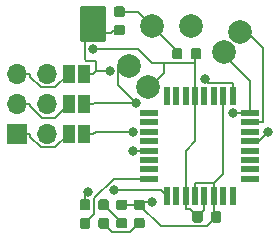
<source format=gbr>
G04 #@! TF.GenerationSoftware,KiCad,Pcbnew,(5.1.5)-3*
G04 #@! TF.CreationDate,2020-06-28T02:30:20+02:00*
G04 #@! TF.ProjectId,XenoGCFlex,58656e6f-4743-4466-9c65-782e6b696361,rev?*
G04 #@! TF.SameCoordinates,Original*
G04 #@! TF.FileFunction,Copper,L1,Top*
G04 #@! TF.FilePolarity,Positive*
%FSLAX46Y46*%
G04 Gerber Fmt 4.6, Leading zero omitted, Abs format (unit mm)*
G04 Created by KiCad (PCBNEW (5.1.5)-3) date 2020-06-28 02:30:20*
%MOMM*%
%LPD*%
G04 APERTURE LIST*
%ADD10C,2.000000*%
%ADD11R,1.000000X1.500000*%
%ADD12O,1.700000X1.700000*%
%ADD13R,1.700000X1.700000*%
%ADD14R,1.600000X0.550000*%
%ADD15R,0.550000X1.600000*%
%ADD16C,0.100000*%
%ADD17C,0.800000*%
%ADD18C,0.200000*%
%ADD19C,0.254000*%
G04 APERTURE END LIST*
D10*
X144954000Y-67406000D03*
X143304000Y-65680000D03*
X145258000Y-62233300D03*
X148555000Y-62233300D03*
X151353000Y-64476200D03*
X152754000Y-62779900D03*
D11*
X138207000Y-66290000D03*
X139507000Y-66290000D03*
X138207000Y-68830000D03*
X139507000Y-68830000D03*
X138207000Y-71370000D03*
X139507000Y-71370000D03*
D12*
X136348000Y-66290000D03*
X133808000Y-66290000D03*
X136348000Y-68830000D03*
X133808000Y-68830000D03*
X136348000Y-71370000D03*
D13*
X133808000Y-71370000D03*
D14*
X145051000Y-75197000D03*
X145051000Y-74397000D03*
X145051000Y-73597000D03*
X145051000Y-72797000D03*
X145051000Y-71997000D03*
X145051000Y-71197000D03*
X145051000Y-70397000D03*
X145051000Y-69597000D03*
D15*
X146501000Y-68147000D03*
X147301000Y-68147000D03*
X148101000Y-68147000D03*
X148901000Y-68147000D03*
X149701000Y-68147000D03*
X150501000Y-68147000D03*
X151301000Y-68147000D03*
X152101000Y-68147000D03*
D14*
X153551000Y-69597000D03*
X153551000Y-70397000D03*
X153551000Y-71197000D03*
X153551000Y-71997000D03*
X153551000Y-72797000D03*
X153551000Y-73597000D03*
X153551000Y-74397000D03*
X153551000Y-75197000D03*
D15*
X152101000Y-76647000D03*
X151301000Y-76647000D03*
X150501000Y-76647000D03*
X149701000Y-76647000D03*
X148901000Y-76647000D03*
X148101000Y-76647000D03*
X147301000Y-76647000D03*
X146501000Y-76647000D03*
G04 #@! TA.AperFunction,SMDPad,CuDef*
D16*
G36*
X142786691Y-62177153D02*
G01*
X142807926Y-62180303D01*
X142828750Y-62185519D01*
X142848962Y-62192751D01*
X142868368Y-62201930D01*
X142886781Y-62212966D01*
X142904024Y-62225754D01*
X142919930Y-62240170D01*
X142934346Y-62256076D01*
X142947134Y-62273319D01*
X142958170Y-62291732D01*
X142967349Y-62311138D01*
X142974581Y-62331350D01*
X142979797Y-62352174D01*
X142982947Y-62373409D01*
X142984000Y-62394850D01*
X142984000Y-62832350D01*
X142982947Y-62853791D01*
X142979797Y-62875026D01*
X142974581Y-62895850D01*
X142967349Y-62916062D01*
X142958170Y-62935468D01*
X142947134Y-62953881D01*
X142934346Y-62971124D01*
X142919930Y-62987030D01*
X142904024Y-63001446D01*
X142886781Y-63014234D01*
X142868368Y-63025270D01*
X142848962Y-63034449D01*
X142828750Y-63041681D01*
X142807926Y-63046897D01*
X142786691Y-63050047D01*
X142765250Y-63051100D01*
X142252750Y-63051100D01*
X142231309Y-63050047D01*
X142210074Y-63046897D01*
X142189250Y-63041681D01*
X142169038Y-63034449D01*
X142149632Y-63025270D01*
X142131219Y-63014234D01*
X142113976Y-63001446D01*
X142098070Y-62987030D01*
X142083654Y-62971124D01*
X142070866Y-62953881D01*
X142059830Y-62935468D01*
X142050651Y-62916062D01*
X142043419Y-62895850D01*
X142038203Y-62875026D01*
X142035053Y-62853791D01*
X142034000Y-62832350D01*
X142034000Y-62394850D01*
X142035053Y-62373409D01*
X142038203Y-62352174D01*
X142043419Y-62331350D01*
X142050651Y-62311138D01*
X142059830Y-62291732D01*
X142070866Y-62273319D01*
X142083654Y-62256076D01*
X142098070Y-62240170D01*
X142113976Y-62225754D01*
X142131219Y-62212966D01*
X142149632Y-62201930D01*
X142169038Y-62192751D01*
X142189250Y-62185519D01*
X142210074Y-62180303D01*
X142231309Y-62177153D01*
X142252750Y-62176100D01*
X142765250Y-62176100D01*
X142786691Y-62177153D01*
G37*
G04 #@! TD.AperFunction*
G04 #@! TA.AperFunction,SMDPad,CuDef*
G36*
X142786691Y-60602153D02*
G01*
X142807926Y-60605303D01*
X142828750Y-60610519D01*
X142848962Y-60617751D01*
X142868368Y-60626930D01*
X142886781Y-60637966D01*
X142904024Y-60650754D01*
X142919930Y-60665170D01*
X142934346Y-60681076D01*
X142947134Y-60698319D01*
X142958170Y-60716732D01*
X142967349Y-60736138D01*
X142974581Y-60756350D01*
X142979797Y-60777174D01*
X142982947Y-60798409D01*
X142984000Y-60819850D01*
X142984000Y-61257350D01*
X142982947Y-61278791D01*
X142979797Y-61300026D01*
X142974581Y-61320850D01*
X142967349Y-61341062D01*
X142958170Y-61360468D01*
X142947134Y-61378881D01*
X142934346Y-61396124D01*
X142919930Y-61412030D01*
X142904024Y-61426446D01*
X142886781Y-61439234D01*
X142868368Y-61450270D01*
X142848962Y-61459449D01*
X142828750Y-61466681D01*
X142807926Y-61471897D01*
X142786691Y-61475047D01*
X142765250Y-61476100D01*
X142252750Y-61476100D01*
X142231309Y-61475047D01*
X142210074Y-61471897D01*
X142189250Y-61466681D01*
X142169038Y-61459449D01*
X142149632Y-61450270D01*
X142131219Y-61439234D01*
X142113976Y-61426446D01*
X142098070Y-61412030D01*
X142083654Y-61396124D01*
X142070866Y-61378881D01*
X142059830Y-61360468D01*
X142050651Y-61341062D01*
X142043419Y-61320850D01*
X142038203Y-61300026D01*
X142035053Y-61278791D01*
X142034000Y-61257350D01*
X142034000Y-60819850D01*
X142035053Y-60798409D01*
X142038203Y-60777174D01*
X142043419Y-60756350D01*
X142050651Y-60736138D01*
X142059830Y-60716732D01*
X142070866Y-60698319D01*
X142083654Y-60681076D01*
X142098070Y-60665170D01*
X142113976Y-60650754D01*
X142131219Y-60637966D01*
X142149632Y-60626930D01*
X142169038Y-60617751D01*
X142189250Y-60610519D01*
X142210074Y-60605303D01*
X142231309Y-60602153D01*
X142252750Y-60601100D01*
X142765250Y-60601100D01*
X142786691Y-60602153D01*
G37*
G04 #@! TD.AperFunction*
G04 #@! TA.AperFunction,SMDPad,CuDef*
G36*
X142979691Y-78522053D02*
G01*
X143000926Y-78525203D01*
X143021750Y-78530419D01*
X143041962Y-78537651D01*
X143061368Y-78546830D01*
X143079781Y-78557866D01*
X143097024Y-78570654D01*
X143112930Y-78585070D01*
X143127346Y-78600976D01*
X143140134Y-78618219D01*
X143151170Y-78636632D01*
X143160349Y-78656038D01*
X143167581Y-78676250D01*
X143172797Y-78697074D01*
X143175947Y-78718309D01*
X143177000Y-78739750D01*
X143177000Y-79177250D01*
X143175947Y-79198691D01*
X143172797Y-79219926D01*
X143167581Y-79240750D01*
X143160349Y-79260962D01*
X143151170Y-79280368D01*
X143140134Y-79298781D01*
X143127346Y-79316024D01*
X143112930Y-79331930D01*
X143097024Y-79346346D01*
X143079781Y-79359134D01*
X143061368Y-79370170D01*
X143041962Y-79379349D01*
X143021750Y-79386581D01*
X143000926Y-79391797D01*
X142979691Y-79394947D01*
X142958250Y-79396000D01*
X142445750Y-79396000D01*
X142424309Y-79394947D01*
X142403074Y-79391797D01*
X142382250Y-79386581D01*
X142362038Y-79379349D01*
X142342632Y-79370170D01*
X142324219Y-79359134D01*
X142306976Y-79346346D01*
X142291070Y-79331930D01*
X142276654Y-79316024D01*
X142263866Y-79298781D01*
X142252830Y-79280368D01*
X142243651Y-79260962D01*
X142236419Y-79240750D01*
X142231203Y-79219926D01*
X142228053Y-79198691D01*
X142227000Y-79177250D01*
X142227000Y-78739750D01*
X142228053Y-78718309D01*
X142231203Y-78697074D01*
X142236419Y-78676250D01*
X142243651Y-78656038D01*
X142252830Y-78636632D01*
X142263866Y-78618219D01*
X142276654Y-78600976D01*
X142291070Y-78585070D01*
X142306976Y-78570654D01*
X142324219Y-78557866D01*
X142342632Y-78546830D01*
X142362038Y-78537651D01*
X142382250Y-78530419D01*
X142403074Y-78525203D01*
X142424309Y-78522053D01*
X142445750Y-78521000D01*
X142958250Y-78521000D01*
X142979691Y-78522053D01*
G37*
G04 #@! TD.AperFunction*
G04 #@! TA.AperFunction,SMDPad,CuDef*
G36*
X142979691Y-76947053D02*
G01*
X143000926Y-76950203D01*
X143021750Y-76955419D01*
X143041962Y-76962651D01*
X143061368Y-76971830D01*
X143079781Y-76982866D01*
X143097024Y-76995654D01*
X143112930Y-77010070D01*
X143127346Y-77025976D01*
X143140134Y-77043219D01*
X143151170Y-77061632D01*
X143160349Y-77081038D01*
X143167581Y-77101250D01*
X143172797Y-77122074D01*
X143175947Y-77143309D01*
X143177000Y-77164750D01*
X143177000Y-77602250D01*
X143175947Y-77623691D01*
X143172797Y-77644926D01*
X143167581Y-77665750D01*
X143160349Y-77685962D01*
X143151170Y-77705368D01*
X143140134Y-77723781D01*
X143127346Y-77741024D01*
X143112930Y-77756930D01*
X143097024Y-77771346D01*
X143079781Y-77784134D01*
X143061368Y-77795170D01*
X143041962Y-77804349D01*
X143021750Y-77811581D01*
X143000926Y-77816797D01*
X142979691Y-77819947D01*
X142958250Y-77821000D01*
X142445750Y-77821000D01*
X142424309Y-77819947D01*
X142403074Y-77816797D01*
X142382250Y-77811581D01*
X142362038Y-77804349D01*
X142342632Y-77795170D01*
X142324219Y-77784134D01*
X142306976Y-77771346D01*
X142291070Y-77756930D01*
X142276654Y-77741024D01*
X142263866Y-77723781D01*
X142252830Y-77705368D01*
X142243651Y-77685962D01*
X142236419Y-77665750D01*
X142231203Y-77644926D01*
X142228053Y-77623691D01*
X142227000Y-77602250D01*
X142227000Y-77164750D01*
X142228053Y-77143309D01*
X142231203Y-77122074D01*
X142236419Y-77101250D01*
X142243651Y-77081038D01*
X142252830Y-77061632D01*
X142263866Y-77043219D01*
X142276654Y-77025976D01*
X142291070Y-77010070D01*
X142306976Y-76995654D01*
X142324219Y-76982866D01*
X142342632Y-76971830D01*
X142362038Y-76962651D01*
X142382250Y-76955419D01*
X142403074Y-76950203D01*
X142424309Y-76947053D01*
X142445750Y-76946000D01*
X142958250Y-76946000D01*
X142979691Y-76947053D01*
G37*
G04 #@! TD.AperFunction*
G04 #@! TA.AperFunction,SMDPad,CuDef*
G36*
X144463691Y-78522053D02*
G01*
X144484926Y-78525203D01*
X144505750Y-78530419D01*
X144525962Y-78537651D01*
X144545368Y-78546830D01*
X144563781Y-78557866D01*
X144581024Y-78570654D01*
X144596930Y-78585070D01*
X144611346Y-78600976D01*
X144624134Y-78618219D01*
X144635170Y-78636632D01*
X144644349Y-78656038D01*
X144651581Y-78676250D01*
X144656797Y-78697074D01*
X144659947Y-78718309D01*
X144661000Y-78739750D01*
X144661000Y-79177250D01*
X144659947Y-79198691D01*
X144656797Y-79219926D01*
X144651581Y-79240750D01*
X144644349Y-79260962D01*
X144635170Y-79280368D01*
X144624134Y-79298781D01*
X144611346Y-79316024D01*
X144596930Y-79331930D01*
X144581024Y-79346346D01*
X144563781Y-79359134D01*
X144545368Y-79370170D01*
X144525962Y-79379349D01*
X144505750Y-79386581D01*
X144484926Y-79391797D01*
X144463691Y-79394947D01*
X144442250Y-79396000D01*
X143929750Y-79396000D01*
X143908309Y-79394947D01*
X143887074Y-79391797D01*
X143866250Y-79386581D01*
X143846038Y-79379349D01*
X143826632Y-79370170D01*
X143808219Y-79359134D01*
X143790976Y-79346346D01*
X143775070Y-79331930D01*
X143760654Y-79316024D01*
X143747866Y-79298781D01*
X143736830Y-79280368D01*
X143727651Y-79260962D01*
X143720419Y-79240750D01*
X143715203Y-79219926D01*
X143712053Y-79198691D01*
X143711000Y-79177250D01*
X143711000Y-78739750D01*
X143712053Y-78718309D01*
X143715203Y-78697074D01*
X143720419Y-78676250D01*
X143727651Y-78656038D01*
X143736830Y-78636632D01*
X143747866Y-78618219D01*
X143760654Y-78600976D01*
X143775070Y-78585070D01*
X143790976Y-78570654D01*
X143808219Y-78557866D01*
X143826632Y-78546830D01*
X143846038Y-78537651D01*
X143866250Y-78530419D01*
X143887074Y-78525203D01*
X143908309Y-78522053D01*
X143929750Y-78521000D01*
X144442250Y-78521000D01*
X144463691Y-78522053D01*
G37*
G04 #@! TD.AperFunction*
G04 #@! TA.AperFunction,SMDPad,CuDef*
G36*
X144463691Y-76947053D02*
G01*
X144484926Y-76950203D01*
X144505750Y-76955419D01*
X144525962Y-76962651D01*
X144545368Y-76971830D01*
X144563781Y-76982866D01*
X144581024Y-76995654D01*
X144596930Y-77010070D01*
X144611346Y-77025976D01*
X144624134Y-77043219D01*
X144635170Y-77061632D01*
X144644349Y-77081038D01*
X144651581Y-77101250D01*
X144656797Y-77122074D01*
X144659947Y-77143309D01*
X144661000Y-77164750D01*
X144661000Y-77602250D01*
X144659947Y-77623691D01*
X144656797Y-77644926D01*
X144651581Y-77665750D01*
X144644349Y-77685962D01*
X144635170Y-77705368D01*
X144624134Y-77723781D01*
X144611346Y-77741024D01*
X144596930Y-77756930D01*
X144581024Y-77771346D01*
X144563781Y-77784134D01*
X144545368Y-77795170D01*
X144525962Y-77804349D01*
X144505750Y-77811581D01*
X144484926Y-77816797D01*
X144463691Y-77819947D01*
X144442250Y-77821000D01*
X143929750Y-77821000D01*
X143908309Y-77819947D01*
X143887074Y-77816797D01*
X143866250Y-77811581D01*
X143846038Y-77804349D01*
X143826632Y-77795170D01*
X143808219Y-77784134D01*
X143790976Y-77771346D01*
X143775070Y-77756930D01*
X143760654Y-77741024D01*
X143747866Y-77723781D01*
X143736830Y-77705368D01*
X143727651Y-77685962D01*
X143720419Y-77665750D01*
X143715203Y-77644926D01*
X143712053Y-77623691D01*
X143711000Y-77602250D01*
X143711000Y-77164750D01*
X143712053Y-77143309D01*
X143715203Y-77122074D01*
X143720419Y-77101250D01*
X143727651Y-77081038D01*
X143736830Y-77061632D01*
X143747866Y-77043219D01*
X143760654Y-77025976D01*
X143775070Y-77010070D01*
X143790976Y-76995654D01*
X143808219Y-76982866D01*
X143826632Y-76971830D01*
X143846038Y-76962651D01*
X143866250Y-76955419D01*
X143887074Y-76950203D01*
X143908309Y-76947053D01*
X143929750Y-76946000D01*
X144442250Y-76946000D01*
X144463691Y-76947053D01*
G37*
G04 #@! TD.AperFunction*
G04 #@! TA.AperFunction,SMDPad,CuDef*
G36*
X141400691Y-76909553D02*
G01*
X141421926Y-76912703D01*
X141442750Y-76917919D01*
X141462962Y-76925151D01*
X141482368Y-76934330D01*
X141500781Y-76945366D01*
X141518024Y-76958154D01*
X141533930Y-76972570D01*
X141548346Y-76988476D01*
X141561134Y-77005719D01*
X141572170Y-77024132D01*
X141581349Y-77043538D01*
X141588581Y-77063750D01*
X141593797Y-77084574D01*
X141596947Y-77105809D01*
X141598000Y-77127250D01*
X141598000Y-77639750D01*
X141596947Y-77661191D01*
X141593797Y-77682426D01*
X141588581Y-77703250D01*
X141581349Y-77723462D01*
X141572170Y-77742868D01*
X141561134Y-77761281D01*
X141548346Y-77778524D01*
X141533930Y-77794430D01*
X141518024Y-77808846D01*
X141500781Y-77821634D01*
X141482368Y-77832670D01*
X141462962Y-77841849D01*
X141442750Y-77849081D01*
X141421926Y-77854297D01*
X141400691Y-77857447D01*
X141379250Y-77858500D01*
X140941750Y-77858500D01*
X140920309Y-77857447D01*
X140899074Y-77854297D01*
X140878250Y-77849081D01*
X140858038Y-77841849D01*
X140838632Y-77832670D01*
X140820219Y-77821634D01*
X140802976Y-77808846D01*
X140787070Y-77794430D01*
X140772654Y-77778524D01*
X140759866Y-77761281D01*
X140748830Y-77742868D01*
X140739651Y-77723462D01*
X140732419Y-77703250D01*
X140727203Y-77682426D01*
X140724053Y-77661191D01*
X140723000Y-77639750D01*
X140723000Y-77127250D01*
X140724053Y-77105809D01*
X140727203Y-77084574D01*
X140732419Y-77063750D01*
X140739651Y-77043538D01*
X140748830Y-77024132D01*
X140759866Y-77005719D01*
X140772654Y-76988476D01*
X140787070Y-76972570D01*
X140802976Y-76958154D01*
X140820219Y-76945366D01*
X140838632Y-76934330D01*
X140858038Y-76925151D01*
X140878250Y-76917919D01*
X140899074Y-76912703D01*
X140920309Y-76909553D01*
X140941750Y-76908500D01*
X141379250Y-76908500D01*
X141400691Y-76909553D01*
G37*
G04 #@! TD.AperFunction*
G04 #@! TA.AperFunction,SMDPad,CuDef*
G36*
X139825691Y-76909553D02*
G01*
X139846926Y-76912703D01*
X139867750Y-76917919D01*
X139887962Y-76925151D01*
X139907368Y-76934330D01*
X139925781Y-76945366D01*
X139943024Y-76958154D01*
X139958930Y-76972570D01*
X139973346Y-76988476D01*
X139986134Y-77005719D01*
X139997170Y-77024132D01*
X140006349Y-77043538D01*
X140013581Y-77063750D01*
X140018797Y-77084574D01*
X140021947Y-77105809D01*
X140023000Y-77127250D01*
X140023000Y-77639750D01*
X140021947Y-77661191D01*
X140018797Y-77682426D01*
X140013581Y-77703250D01*
X140006349Y-77723462D01*
X139997170Y-77742868D01*
X139986134Y-77761281D01*
X139973346Y-77778524D01*
X139958930Y-77794430D01*
X139943024Y-77808846D01*
X139925781Y-77821634D01*
X139907368Y-77832670D01*
X139887962Y-77841849D01*
X139867750Y-77849081D01*
X139846926Y-77854297D01*
X139825691Y-77857447D01*
X139804250Y-77858500D01*
X139366750Y-77858500D01*
X139345309Y-77857447D01*
X139324074Y-77854297D01*
X139303250Y-77849081D01*
X139283038Y-77841849D01*
X139263632Y-77832670D01*
X139245219Y-77821634D01*
X139227976Y-77808846D01*
X139212070Y-77794430D01*
X139197654Y-77778524D01*
X139184866Y-77761281D01*
X139173830Y-77742868D01*
X139164651Y-77723462D01*
X139157419Y-77703250D01*
X139152203Y-77682426D01*
X139149053Y-77661191D01*
X139148000Y-77639750D01*
X139148000Y-77127250D01*
X139149053Y-77105809D01*
X139152203Y-77084574D01*
X139157419Y-77063750D01*
X139164651Y-77043538D01*
X139173830Y-77024132D01*
X139184866Y-77005719D01*
X139197654Y-76988476D01*
X139212070Y-76972570D01*
X139227976Y-76958154D01*
X139245219Y-76945366D01*
X139263632Y-76934330D01*
X139283038Y-76925151D01*
X139303250Y-76917919D01*
X139324074Y-76912703D01*
X139345309Y-76909553D01*
X139366750Y-76908500D01*
X139804250Y-76908500D01*
X139825691Y-76909553D01*
G37*
G04 #@! TD.AperFunction*
G04 #@! TA.AperFunction,SMDPad,CuDef*
G36*
X141400691Y-78484553D02*
G01*
X141421926Y-78487703D01*
X141442750Y-78492919D01*
X141462962Y-78500151D01*
X141482368Y-78509330D01*
X141500781Y-78520366D01*
X141518024Y-78533154D01*
X141533930Y-78547570D01*
X141548346Y-78563476D01*
X141561134Y-78580719D01*
X141572170Y-78599132D01*
X141581349Y-78618538D01*
X141588581Y-78638750D01*
X141593797Y-78659574D01*
X141596947Y-78680809D01*
X141598000Y-78702250D01*
X141598000Y-79214750D01*
X141596947Y-79236191D01*
X141593797Y-79257426D01*
X141588581Y-79278250D01*
X141581349Y-79298462D01*
X141572170Y-79317868D01*
X141561134Y-79336281D01*
X141548346Y-79353524D01*
X141533930Y-79369430D01*
X141518024Y-79383846D01*
X141500781Y-79396634D01*
X141482368Y-79407670D01*
X141462962Y-79416849D01*
X141442750Y-79424081D01*
X141421926Y-79429297D01*
X141400691Y-79432447D01*
X141379250Y-79433500D01*
X140941750Y-79433500D01*
X140920309Y-79432447D01*
X140899074Y-79429297D01*
X140878250Y-79424081D01*
X140858038Y-79416849D01*
X140838632Y-79407670D01*
X140820219Y-79396634D01*
X140802976Y-79383846D01*
X140787070Y-79369430D01*
X140772654Y-79353524D01*
X140759866Y-79336281D01*
X140748830Y-79317868D01*
X140739651Y-79298462D01*
X140732419Y-79278250D01*
X140727203Y-79257426D01*
X140724053Y-79236191D01*
X140723000Y-79214750D01*
X140723000Y-78702250D01*
X140724053Y-78680809D01*
X140727203Y-78659574D01*
X140732419Y-78638750D01*
X140739651Y-78618538D01*
X140748830Y-78599132D01*
X140759866Y-78580719D01*
X140772654Y-78563476D01*
X140787070Y-78547570D01*
X140802976Y-78533154D01*
X140820219Y-78520366D01*
X140838632Y-78509330D01*
X140858038Y-78500151D01*
X140878250Y-78492919D01*
X140899074Y-78487703D01*
X140920309Y-78484553D01*
X140941750Y-78483500D01*
X141379250Y-78483500D01*
X141400691Y-78484553D01*
G37*
G04 #@! TD.AperFunction*
G04 #@! TA.AperFunction,SMDPad,CuDef*
G36*
X139825691Y-78484553D02*
G01*
X139846926Y-78487703D01*
X139867750Y-78492919D01*
X139887962Y-78500151D01*
X139907368Y-78509330D01*
X139925781Y-78520366D01*
X139943024Y-78533154D01*
X139958930Y-78547570D01*
X139973346Y-78563476D01*
X139986134Y-78580719D01*
X139997170Y-78599132D01*
X140006349Y-78618538D01*
X140013581Y-78638750D01*
X140018797Y-78659574D01*
X140021947Y-78680809D01*
X140023000Y-78702250D01*
X140023000Y-79214750D01*
X140021947Y-79236191D01*
X140018797Y-79257426D01*
X140013581Y-79278250D01*
X140006349Y-79298462D01*
X139997170Y-79317868D01*
X139986134Y-79336281D01*
X139973346Y-79353524D01*
X139958930Y-79369430D01*
X139943024Y-79383846D01*
X139925781Y-79396634D01*
X139907368Y-79407670D01*
X139887962Y-79416849D01*
X139867750Y-79424081D01*
X139846926Y-79429297D01*
X139825691Y-79432447D01*
X139804250Y-79433500D01*
X139366750Y-79433500D01*
X139345309Y-79432447D01*
X139324074Y-79429297D01*
X139303250Y-79424081D01*
X139283038Y-79416849D01*
X139263632Y-79407670D01*
X139245219Y-79396634D01*
X139227976Y-79383846D01*
X139212070Y-79369430D01*
X139197654Y-79353524D01*
X139184866Y-79336281D01*
X139173830Y-79317868D01*
X139164651Y-79298462D01*
X139157419Y-79278250D01*
X139152203Y-79257426D01*
X139149053Y-79236191D01*
X139148000Y-79214750D01*
X139148000Y-78702250D01*
X139149053Y-78680809D01*
X139152203Y-78659574D01*
X139157419Y-78638750D01*
X139164651Y-78618538D01*
X139173830Y-78599132D01*
X139184866Y-78580719D01*
X139197654Y-78563476D01*
X139212070Y-78547570D01*
X139227976Y-78533154D01*
X139245219Y-78520366D01*
X139263632Y-78509330D01*
X139283038Y-78500151D01*
X139303250Y-78492919D01*
X139324074Y-78487703D01*
X139345309Y-78484553D01*
X139366750Y-78483500D01*
X139804250Y-78483500D01*
X139825691Y-78484553D01*
G37*
G04 #@! TD.AperFunction*
G04 #@! TA.AperFunction,SMDPad,CuDef*
G36*
X147648691Y-64133453D02*
G01*
X147669926Y-64136603D01*
X147690750Y-64141819D01*
X147710962Y-64149051D01*
X147730368Y-64158230D01*
X147748781Y-64169266D01*
X147766024Y-64182054D01*
X147781930Y-64196470D01*
X147796346Y-64212376D01*
X147809134Y-64229619D01*
X147820170Y-64248032D01*
X147829349Y-64267438D01*
X147836581Y-64287650D01*
X147841797Y-64308474D01*
X147844947Y-64329709D01*
X147846000Y-64351150D01*
X147846000Y-64863650D01*
X147844947Y-64885091D01*
X147841797Y-64906326D01*
X147836581Y-64927150D01*
X147829349Y-64947362D01*
X147820170Y-64966768D01*
X147809134Y-64985181D01*
X147796346Y-65002424D01*
X147781930Y-65018330D01*
X147766024Y-65032746D01*
X147748781Y-65045534D01*
X147730368Y-65056570D01*
X147710962Y-65065749D01*
X147690750Y-65072981D01*
X147669926Y-65078197D01*
X147648691Y-65081347D01*
X147627250Y-65082400D01*
X147189750Y-65082400D01*
X147168309Y-65081347D01*
X147147074Y-65078197D01*
X147126250Y-65072981D01*
X147106038Y-65065749D01*
X147086632Y-65056570D01*
X147068219Y-65045534D01*
X147050976Y-65032746D01*
X147035070Y-65018330D01*
X147020654Y-65002424D01*
X147007866Y-64985181D01*
X146996830Y-64966768D01*
X146987651Y-64947362D01*
X146980419Y-64927150D01*
X146975203Y-64906326D01*
X146972053Y-64885091D01*
X146971000Y-64863650D01*
X146971000Y-64351150D01*
X146972053Y-64329709D01*
X146975203Y-64308474D01*
X146980419Y-64287650D01*
X146987651Y-64267438D01*
X146996830Y-64248032D01*
X147007866Y-64229619D01*
X147020654Y-64212376D01*
X147035070Y-64196470D01*
X147050976Y-64182054D01*
X147068219Y-64169266D01*
X147086632Y-64158230D01*
X147106038Y-64149051D01*
X147126250Y-64141819D01*
X147147074Y-64136603D01*
X147168309Y-64133453D01*
X147189750Y-64132400D01*
X147627250Y-64132400D01*
X147648691Y-64133453D01*
G37*
G04 #@! TD.AperFunction*
G04 #@! TA.AperFunction,SMDPad,CuDef*
G36*
X149223691Y-64133453D02*
G01*
X149244926Y-64136603D01*
X149265750Y-64141819D01*
X149285962Y-64149051D01*
X149305368Y-64158230D01*
X149323781Y-64169266D01*
X149341024Y-64182054D01*
X149356930Y-64196470D01*
X149371346Y-64212376D01*
X149384134Y-64229619D01*
X149395170Y-64248032D01*
X149404349Y-64267438D01*
X149411581Y-64287650D01*
X149416797Y-64308474D01*
X149419947Y-64329709D01*
X149421000Y-64351150D01*
X149421000Y-64863650D01*
X149419947Y-64885091D01*
X149416797Y-64906326D01*
X149411581Y-64927150D01*
X149404349Y-64947362D01*
X149395170Y-64966768D01*
X149384134Y-64985181D01*
X149371346Y-65002424D01*
X149356930Y-65018330D01*
X149341024Y-65032746D01*
X149323781Y-65045534D01*
X149305368Y-65056570D01*
X149285962Y-65065749D01*
X149265750Y-65072981D01*
X149244926Y-65078197D01*
X149223691Y-65081347D01*
X149202250Y-65082400D01*
X148764750Y-65082400D01*
X148743309Y-65081347D01*
X148722074Y-65078197D01*
X148701250Y-65072981D01*
X148681038Y-65065749D01*
X148661632Y-65056570D01*
X148643219Y-65045534D01*
X148625976Y-65032746D01*
X148610070Y-65018330D01*
X148595654Y-65002424D01*
X148582866Y-64985181D01*
X148571830Y-64966768D01*
X148562651Y-64947362D01*
X148555419Y-64927150D01*
X148550203Y-64906326D01*
X148547053Y-64885091D01*
X148546000Y-64863650D01*
X148546000Y-64351150D01*
X148547053Y-64329709D01*
X148550203Y-64308474D01*
X148555419Y-64287650D01*
X148562651Y-64267438D01*
X148571830Y-64248032D01*
X148582866Y-64229619D01*
X148595654Y-64212376D01*
X148610070Y-64196470D01*
X148625976Y-64182054D01*
X148643219Y-64169266D01*
X148661632Y-64158230D01*
X148681038Y-64149051D01*
X148701250Y-64141819D01*
X148722074Y-64136603D01*
X148743309Y-64133453D01*
X148764750Y-64132400D01*
X149202250Y-64132400D01*
X149223691Y-64133453D01*
G37*
G04 #@! TD.AperFunction*
G04 #@! TA.AperFunction,SMDPad,CuDef*
G36*
X149363691Y-77946053D02*
G01*
X149384926Y-77949203D01*
X149405750Y-77954419D01*
X149425962Y-77961651D01*
X149445368Y-77970830D01*
X149463781Y-77981866D01*
X149481024Y-77994654D01*
X149496930Y-78009070D01*
X149511346Y-78024976D01*
X149524134Y-78042219D01*
X149535170Y-78060632D01*
X149544349Y-78080038D01*
X149551581Y-78100250D01*
X149556797Y-78121074D01*
X149559947Y-78142309D01*
X149561000Y-78163750D01*
X149561000Y-78676250D01*
X149559947Y-78697691D01*
X149556797Y-78718926D01*
X149551581Y-78739750D01*
X149544349Y-78759962D01*
X149535170Y-78779368D01*
X149524134Y-78797781D01*
X149511346Y-78815024D01*
X149496930Y-78830930D01*
X149481024Y-78845346D01*
X149463781Y-78858134D01*
X149445368Y-78869170D01*
X149425962Y-78878349D01*
X149405750Y-78885581D01*
X149384926Y-78890797D01*
X149363691Y-78893947D01*
X149342250Y-78895000D01*
X148904750Y-78895000D01*
X148883309Y-78893947D01*
X148862074Y-78890797D01*
X148841250Y-78885581D01*
X148821038Y-78878349D01*
X148801632Y-78869170D01*
X148783219Y-78858134D01*
X148765976Y-78845346D01*
X148750070Y-78830930D01*
X148735654Y-78815024D01*
X148722866Y-78797781D01*
X148711830Y-78779368D01*
X148702651Y-78759962D01*
X148695419Y-78739750D01*
X148690203Y-78718926D01*
X148687053Y-78697691D01*
X148686000Y-78676250D01*
X148686000Y-78163750D01*
X148687053Y-78142309D01*
X148690203Y-78121074D01*
X148695419Y-78100250D01*
X148702651Y-78080038D01*
X148711830Y-78060632D01*
X148722866Y-78042219D01*
X148735654Y-78024976D01*
X148750070Y-78009070D01*
X148765976Y-77994654D01*
X148783219Y-77981866D01*
X148801632Y-77970830D01*
X148821038Y-77961651D01*
X148841250Y-77954419D01*
X148862074Y-77949203D01*
X148883309Y-77946053D01*
X148904750Y-77945000D01*
X149342250Y-77945000D01*
X149363691Y-77946053D01*
G37*
G04 #@! TD.AperFunction*
G04 #@! TA.AperFunction,SMDPad,CuDef*
G36*
X150938691Y-77946053D02*
G01*
X150959926Y-77949203D01*
X150980750Y-77954419D01*
X151000962Y-77961651D01*
X151020368Y-77970830D01*
X151038781Y-77981866D01*
X151056024Y-77994654D01*
X151071930Y-78009070D01*
X151086346Y-78024976D01*
X151099134Y-78042219D01*
X151110170Y-78060632D01*
X151119349Y-78080038D01*
X151126581Y-78100250D01*
X151131797Y-78121074D01*
X151134947Y-78142309D01*
X151136000Y-78163750D01*
X151136000Y-78676250D01*
X151134947Y-78697691D01*
X151131797Y-78718926D01*
X151126581Y-78739750D01*
X151119349Y-78759962D01*
X151110170Y-78779368D01*
X151099134Y-78797781D01*
X151086346Y-78815024D01*
X151071930Y-78830930D01*
X151056024Y-78845346D01*
X151038781Y-78858134D01*
X151020368Y-78869170D01*
X151000962Y-78878349D01*
X150980750Y-78885581D01*
X150959926Y-78890797D01*
X150938691Y-78893947D01*
X150917250Y-78895000D01*
X150479750Y-78895000D01*
X150458309Y-78893947D01*
X150437074Y-78890797D01*
X150416250Y-78885581D01*
X150396038Y-78878349D01*
X150376632Y-78869170D01*
X150358219Y-78858134D01*
X150340976Y-78845346D01*
X150325070Y-78830930D01*
X150310654Y-78815024D01*
X150297866Y-78797781D01*
X150286830Y-78779368D01*
X150277651Y-78759962D01*
X150270419Y-78739750D01*
X150265203Y-78718926D01*
X150262053Y-78697691D01*
X150261000Y-78676250D01*
X150261000Y-78163750D01*
X150262053Y-78142309D01*
X150265203Y-78121074D01*
X150270419Y-78100250D01*
X150277651Y-78080038D01*
X150286830Y-78060632D01*
X150297866Y-78042219D01*
X150310654Y-78024976D01*
X150325070Y-78009070D01*
X150340976Y-77994654D01*
X150358219Y-77981866D01*
X150376632Y-77970830D01*
X150396038Y-77961651D01*
X150416250Y-77954419D01*
X150437074Y-77949203D01*
X150458309Y-77946053D01*
X150479750Y-77945000D01*
X150917250Y-77945000D01*
X150938691Y-77946053D01*
G37*
G04 #@! TD.AperFunction*
D17*
X140253720Y-64213740D03*
X145279100Y-77180200D03*
X142055100Y-76175900D03*
X139846700Y-76306500D03*
X155054300Y-71252080D03*
X143925300Y-68788500D03*
X149715900Y-66730200D03*
X143647800Y-71195000D03*
X152123800Y-69597000D03*
X143638400Y-72797000D03*
X141703700Y-66072700D03*
D18*
X148901000Y-65426400D02*
X148901000Y-64689900D01*
X148901000Y-64689900D02*
X148983500Y-64607400D01*
X148901000Y-68147000D02*
X148901000Y-65426400D01*
X148101000Y-76647000D02*
X148101000Y-72815000D01*
X148101000Y-72815000D02*
X148901000Y-72015000D01*
X148901000Y-72015000D02*
X148901000Y-68147000D01*
X148101000Y-77197100D02*
X148101000Y-76647000D01*
X148101000Y-77197100D02*
X148101000Y-77747300D01*
X148101000Y-77747300D02*
X148450800Y-77747300D01*
X148450800Y-77747300D02*
X149123500Y-78420000D01*
X149123500Y-78420000D02*
X149701000Y-77842500D01*
X149701000Y-77842500D02*
X149701000Y-76647000D01*
X146269900Y-66239989D02*
X145656691Y-66853198D01*
X146269900Y-65426400D02*
X146269900Y-66239989D01*
X148901000Y-65426400D02*
X146269900Y-65426400D01*
X144042040Y-64213740D02*
X140253720Y-64213740D01*
X146269900Y-65426400D02*
X145254700Y-65426400D01*
X145254700Y-65426400D02*
X144042040Y-64213740D01*
X145279100Y-77180200D02*
X144389300Y-77180200D01*
X144389300Y-77180200D02*
X144186000Y-77383500D01*
X144186000Y-77383500D02*
X146011100Y-79208600D01*
X146011100Y-79208600D02*
X149909900Y-79208600D01*
X149909900Y-79208600D02*
X150698500Y-78420000D01*
X151301000Y-68147000D02*
X151301000Y-74746700D01*
X151301000Y-74746700D02*
X150501000Y-75546700D01*
X145258000Y-62233300D02*
X147408500Y-64383800D01*
X147408500Y-64383800D02*
X147408500Y-64607400D01*
X142702000Y-77383500D02*
X144186000Y-77383500D01*
X150698500Y-78420000D02*
X150501000Y-78222500D01*
X150501000Y-78222500D02*
X150501000Y-76647000D01*
X150501000Y-76647000D02*
X150501000Y-75546700D01*
X148901000Y-76647000D02*
X148901000Y-75546700D01*
X148901000Y-75546700D02*
X150501000Y-75546700D01*
X142509000Y-61038600D02*
X144063300Y-61038600D01*
X144063300Y-61038600D02*
X145258000Y-62233300D01*
X141160500Y-78958500D02*
X141905900Y-79703900D01*
X141905900Y-79703900D02*
X143440600Y-79703900D01*
X143440600Y-79703900D02*
X144186000Y-78958500D01*
X145051000Y-75197000D02*
X142043700Y-75197000D01*
X142043700Y-75197000D02*
X140384300Y-76856400D01*
X140384300Y-76856400D02*
X140384300Y-78159700D01*
X140384300Y-78159700D02*
X139585500Y-78958500D01*
X141160500Y-77383500D02*
X141160500Y-77417000D01*
X141160500Y-77417000D02*
X142702000Y-78958500D01*
X139585500Y-77383500D02*
X139585500Y-76567700D01*
X139585500Y-76567700D02*
X139846700Y-76306500D01*
X142055100Y-76175900D02*
X146029900Y-76175900D01*
X146029900Y-76175900D02*
X146501000Y-76647000D01*
X154309380Y-71997000D02*
X155054300Y-71252080D01*
X153551000Y-71997000D02*
X154309380Y-71997000D01*
X152101000Y-67046700D02*
X150032400Y-67046700D01*
X150032400Y-67046700D02*
X149715900Y-66730200D01*
X152101000Y-68147000D02*
X152101000Y-67046700D01*
X140307300Y-68830000D02*
X140348800Y-68788500D01*
X140348800Y-68788500D02*
X143925300Y-68788500D01*
X139507000Y-68830000D02*
X140307300Y-68830000D01*
X142838725Y-65680000D02*
X142830731Y-65694827D01*
X143925300Y-68788500D02*
X142403701Y-67266901D01*
X142460400Y-65680000D02*
X142838725Y-65680000D01*
X142403701Y-65736699D02*
X142460400Y-65680000D01*
X142403701Y-67266901D02*
X142403701Y-65736699D01*
X153551000Y-70397000D02*
X154651300Y-70397000D01*
X154651300Y-64106118D02*
X153363681Y-62818499D01*
X154651300Y-70397000D02*
X154651300Y-64106118D01*
X152450700Y-69597000D02*
X152123800Y-69597000D01*
X153551000Y-69597000D02*
X152450700Y-69597000D01*
X140307300Y-71370000D02*
X140482300Y-71195000D01*
X140482300Y-71195000D02*
X143647800Y-71195000D01*
X139507000Y-71370000D02*
X140307300Y-71370000D01*
X151810256Y-65170463D02*
X151731581Y-65149382D01*
X153551000Y-69597000D02*
X153551000Y-66911207D01*
X153551000Y-66911207D02*
X151810256Y-65170463D01*
X140524600Y-65210700D02*
X140524600Y-66072700D01*
X140524600Y-66072700D02*
X141703700Y-66072700D01*
X140307300Y-66290000D02*
X140524600Y-66072700D01*
X139507000Y-66290000D02*
X140307300Y-66290000D01*
X145051000Y-72797000D02*
X143638400Y-72797000D01*
X140524600Y-65210700D02*
X139683500Y-65210700D01*
X139553719Y-65080919D02*
X139553719Y-63374501D01*
X139683500Y-65210700D02*
X139553719Y-65080919D01*
X142034000Y-62613600D02*
X141813080Y-62834520D01*
X142509000Y-62613600D02*
X142034000Y-62613600D01*
X141813080Y-62834520D02*
X140982700Y-62834520D01*
X133808000Y-66290000D02*
X134958300Y-66290000D01*
X134958300Y-66290000D02*
X134958300Y-66577600D01*
X134958300Y-66577600D02*
X135835400Y-67454700D01*
X135835400Y-67454700D02*
X137042300Y-67454700D01*
X137042300Y-67454700D02*
X138207000Y-66290000D01*
X133808000Y-68830000D02*
X134958300Y-68830000D01*
X138207000Y-68830000D02*
X137016400Y-70020600D01*
X137016400Y-70020600D02*
X135910500Y-70020600D01*
X135910500Y-70020600D02*
X134958300Y-69068400D01*
X134958300Y-69068400D02*
X134958300Y-68830000D01*
X133808000Y-71370000D02*
X134958300Y-71370000D01*
X134958300Y-71370000D02*
X134958300Y-71657600D01*
X134958300Y-71657600D02*
X135838500Y-72537800D01*
X135838500Y-72537800D02*
X137039200Y-72537800D01*
X137039200Y-72537800D02*
X138207000Y-71370000D01*
D19*
G36*
X141185154Y-63431420D02*
G01*
X139262803Y-63431420D01*
X139262973Y-60612020D01*
X141196804Y-60612020D01*
X141185154Y-63431420D01*
G37*
X141185154Y-63431420D02*
X139262803Y-63431420D01*
X139262973Y-60612020D01*
X141196804Y-60612020D01*
X141185154Y-63431420D01*
M02*

</source>
